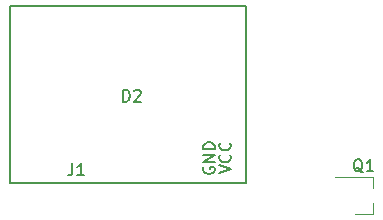
<source format=gto>
G04 #@! TF.FileFunction,Legend,Top*
%FSLAX46Y46*%
G04 Gerber Fmt 4.6, Leading zero omitted, Abs format (unit mm)*
G04 Created by KiCad (PCBNEW 4.0.7) date Mon Jun  4 02:29:31 2018*
%MOMM*%
%LPD*%
G01*
G04 APERTURE LIST*
%ADD10C,0.100000*%
%ADD11C,0.150000*%
%ADD12C,0.120000*%
G04 APERTURE END LIST*
D10*
D11*
X49052500Y-121800000D02*
X49052500Y-114300000D01*
X29052500Y-121800000D02*
X49052500Y-121800000D01*
X29052500Y-106800000D02*
X29052500Y-121800000D01*
X49052500Y-106800000D02*
X29052500Y-106800000D01*
X49052500Y-114300000D02*
X49052500Y-106800000D01*
D12*
X59760000Y-124430000D02*
X59760000Y-123500000D01*
X59760000Y-121270000D02*
X59760000Y-122200000D01*
X59760000Y-121270000D02*
X56600000Y-121270000D01*
X59760000Y-124430000D02*
X58300000Y-124430000D01*
D11*
X38614405Y-114902381D02*
X38614405Y-113902381D01*
X38852500Y-113902381D01*
X38995358Y-113950000D01*
X39090596Y-114045238D01*
X39138215Y-114140476D01*
X39185834Y-114330952D01*
X39185834Y-114473810D01*
X39138215Y-114664286D01*
X39090596Y-114759524D01*
X38995358Y-114854762D01*
X38852500Y-114902381D01*
X38614405Y-114902381D01*
X39566786Y-113997619D02*
X39614405Y-113950000D01*
X39709643Y-113902381D01*
X39947739Y-113902381D01*
X40042977Y-113950000D01*
X40090596Y-113997619D01*
X40138215Y-114092857D01*
X40138215Y-114188095D01*
X40090596Y-114330952D01*
X39519167Y-114902381D01*
X40138215Y-114902381D01*
X46754881Y-120983333D02*
X47754881Y-120650000D01*
X46754881Y-120316666D01*
X47659643Y-119411904D02*
X47707262Y-119459523D01*
X47754881Y-119602380D01*
X47754881Y-119697618D01*
X47707262Y-119840476D01*
X47612024Y-119935714D01*
X47516786Y-119983333D01*
X47326310Y-120030952D01*
X47183452Y-120030952D01*
X46992976Y-119983333D01*
X46897738Y-119935714D01*
X46802500Y-119840476D01*
X46754881Y-119697618D01*
X46754881Y-119602380D01*
X46802500Y-119459523D01*
X46850119Y-119411904D01*
X47659643Y-118411904D02*
X47707262Y-118459523D01*
X47754881Y-118602380D01*
X47754881Y-118697618D01*
X47707262Y-118840476D01*
X47612024Y-118935714D01*
X47516786Y-118983333D01*
X47326310Y-119030952D01*
X47183452Y-119030952D01*
X46992976Y-118983333D01*
X46897738Y-118935714D01*
X46802500Y-118840476D01*
X46754881Y-118697618D01*
X46754881Y-118602380D01*
X46802500Y-118459523D01*
X46850119Y-118411904D01*
X45452500Y-120461904D02*
X45404881Y-120557142D01*
X45404881Y-120699999D01*
X45452500Y-120842857D01*
X45547738Y-120938095D01*
X45642976Y-120985714D01*
X45833452Y-121033333D01*
X45976310Y-121033333D01*
X46166786Y-120985714D01*
X46262024Y-120938095D01*
X46357262Y-120842857D01*
X46404881Y-120699999D01*
X46404881Y-120604761D01*
X46357262Y-120461904D01*
X46309643Y-120414285D01*
X45976310Y-120414285D01*
X45976310Y-120604761D01*
X46404881Y-119985714D02*
X45404881Y-119985714D01*
X46404881Y-119414285D01*
X45404881Y-119414285D01*
X46404881Y-118938095D02*
X45404881Y-118938095D01*
X45404881Y-118700000D01*
X45452500Y-118557142D01*
X45547738Y-118461904D01*
X45642976Y-118414285D01*
X45833452Y-118366666D01*
X45976310Y-118366666D01*
X46166786Y-118414285D01*
X46262024Y-118461904D01*
X46357262Y-118557142D01*
X46404881Y-118700000D01*
X46404881Y-118938095D01*
X34334167Y-120149881D02*
X34334167Y-120864167D01*
X34286547Y-121007024D01*
X34191309Y-121102262D01*
X34048452Y-121149881D01*
X33953214Y-121149881D01*
X35334167Y-121149881D02*
X34762738Y-121149881D01*
X35048452Y-121149881D02*
X35048452Y-120149881D01*
X34953214Y-120292738D01*
X34857976Y-120387976D01*
X34762738Y-120435595D01*
X58904762Y-120897619D02*
X58809524Y-120850000D01*
X58714286Y-120754762D01*
X58571429Y-120611905D01*
X58476190Y-120564286D01*
X58380952Y-120564286D01*
X58428571Y-120802381D02*
X58333333Y-120754762D01*
X58238095Y-120659524D01*
X58190476Y-120469048D01*
X58190476Y-120135714D01*
X58238095Y-119945238D01*
X58333333Y-119850000D01*
X58428571Y-119802381D01*
X58619048Y-119802381D01*
X58714286Y-119850000D01*
X58809524Y-119945238D01*
X58857143Y-120135714D01*
X58857143Y-120469048D01*
X58809524Y-120659524D01*
X58714286Y-120754762D01*
X58619048Y-120802381D01*
X58428571Y-120802381D01*
X59809524Y-120802381D02*
X59238095Y-120802381D01*
X59523809Y-120802381D02*
X59523809Y-119802381D01*
X59428571Y-119945238D01*
X59333333Y-120040476D01*
X59238095Y-120088095D01*
M02*

</source>
